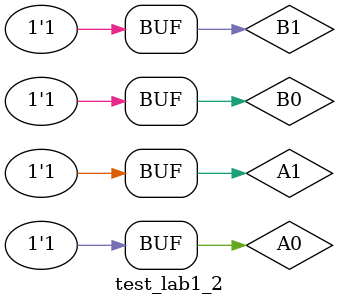
<source format=v>
`timescale 1ns / 1ps


module test_lab1_2();
    reg A1, A0, B1, B0;
    wire C3, C2, C1, C0;
    
lab1_2 U0(.a1(A1), .a0(A0), .b1(B1), .b0(B0), .c3(C3), .c2(C2), .c1(C1), .c0(C0));

initial
begin
A1 = 0; A0 = 0; B1 = 0; B0 = 0;
#10 A1 = 0; A0 = 0; B1 = 0; B0 = 1;
#10 A1 = 0; A0 = 0; B1 = 1; B0 = 0;
#10 A1 = 0; A0 = 0; B1 = 1; B0 = 1;
#10 A1 = 0; A0 = 1; B1 = 0; B0 = 0;
#10 A1 = 0; A0 = 1; B1 = 0; B0 = 1;
#10 A1 = 0; A0 = 1; B1 = 1; B0 = 0;
#10 A1 = 0; A0 = 1; B1 = 1; B0 = 1;
#10 A1 = 1; A0 = 0; B1 = 0; B0 = 0;
#10 A1 = 1; A0 = 0; B1 = 0; B0 = 1;
#10 A1 = 1; A0 = 0; B1 = 1; B0 = 0;
#10 A1 = 1; A0 = 0; B1 = 1; B0 = 1;
#10 A1 = 1; A0 = 1; B1 = 0; B0 = 0;
#10 A1 = 1; A0 = 1; B1 = 0; B0 = 1;
#10 A1 = 1; A0 = 1; B1 = 1; B0 = 0;
#10 A1 = 1; A0 = 1; B1 = 1; B0 = 1;
end
    
endmodule

</source>
